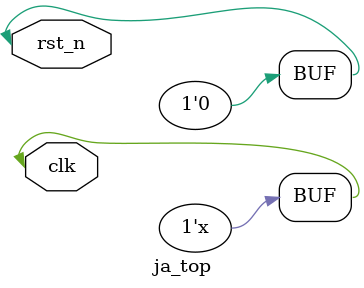
<source format=sv>
/*
Project:     transactor
Engg Name:   johnson amalraj
File name:   top.sv
Description: this is the top file for transactor model
TODO :       Need to intianiate the master and slave
             Need to connect the interface
             Need to dump waves
             Need to define the timescale
            
*/
// ====================================================
module ja_top 
(
  input clk,
  input rst_n
);

master mst 
(
  .clk      (clk),
  .rst_n    (rst),
  .data_in  (data_in),
  .data_out (data_out),
);

slave slv
(
  .clk      (clk),
  .rst_n    (rst),
  .data_in  (data_in),
  .data_out (data_out),
);

initial begin // intial value assign
  clk   = 0;
  rst_n = 1;
  #(10ns) // wait for 10ns to release the rst_n
  rst_n = 0;
end

always begin // always block for clock gen 
  if (rst_n == 0) begin // if loop for rst_n assert check
    #(5ns) // delay in ns for clock frequency 
    clk = !clk; // toggle clock
  end // if loop rst_n asserted
end // always loop

endmodule
</source>
